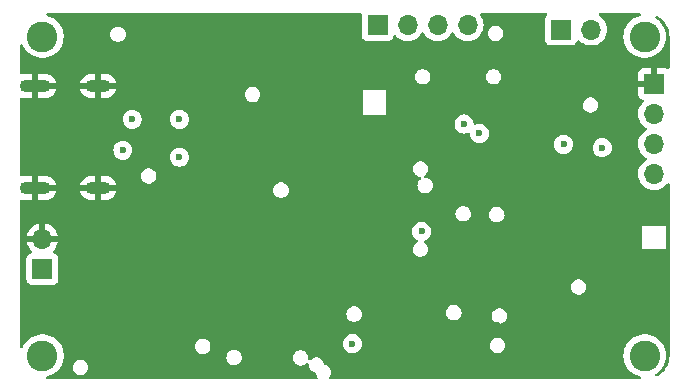
<source format=gbr>
%TF.GenerationSoftware,KiCad,Pcbnew,8.0.6*%
%TF.CreationDate,2024-11-04T20:58:39-05:00*%
%TF.ProjectId,VanguardFlightComputer,56616e67-7561-4726-9446-6c6967687443,rev?*%
%TF.SameCoordinates,Original*%
%TF.FileFunction,Copper,L2,Inr*%
%TF.FilePolarity,Positive*%
%FSLAX46Y46*%
G04 Gerber Fmt 4.6, Leading zero omitted, Abs format (unit mm)*
G04 Created by KiCad (PCBNEW 8.0.6) date 2024-11-04 20:58:39*
%MOMM*%
%LPD*%
G01*
G04 APERTURE LIST*
%TA.AperFunction,ComponentPad*%
%ADD10R,1.700000X1.700000*%
%TD*%
%TA.AperFunction,ComponentPad*%
%ADD11O,1.700000X1.700000*%
%TD*%
%TA.AperFunction,ComponentPad*%
%ADD12C,2.600000*%
%TD*%
%TA.AperFunction,ComponentPad*%
%ADD13O,2.100000X1.100000*%
%TD*%
%TA.AperFunction,ComponentPad*%
%ADD14O,2.600000X1.100000*%
%TD*%
%TA.AperFunction,ViaPad*%
%ADD15C,0.600000*%
%TD*%
G04 APERTURE END LIST*
D10*
%TO.N,VIN*%
%TO.C,J8*%
X92400000Y-97675000D03*
D11*
%TO.N,GND*%
X92400000Y-95135000D03*
%TD*%
D10*
%TO.N,SERVO_1_PWM*%
%TO.C,J7*%
X120780000Y-77000000D03*
D11*
%TO.N,SERVO_2_PWM*%
X123320000Y-77000000D03*
%TO.N,SERVO_3_PWM*%
X125860000Y-77000000D03*
%TO.N,SERVO_4_PWM*%
X128400000Y-77000000D03*
%TD*%
D10*
%TO.N,I2C1_SDA*%
%TO.C,J6*%
X136325000Y-77400000D03*
D11*
%TO.N,I2C1_SCL*%
X138865000Y-77400000D03*
%TD*%
%TO.N,+3.3V*%
%TO.C,J5*%
X144200000Y-89620000D03*
%TO.N,Net-(J5-Pin_3)*%
X144200000Y-87080000D03*
%TO.N,Net-(J5-Pin_2)*%
X144200000Y-84540000D03*
D10*
%TO.N,GND*%
X144200000Y-82000000D03*
%TD*%
D12*
%TO.N,N/C*%
%TO.C,H5*%
X143400000Y-78000000D03*
%TD*%
%TO.N,N/C*%
%TO.C,H6*%
X92400000Y-105000000D03*
%TD*%
%TO.N,N/C*%
%TO.C,H1*%
X92400000Y-78000000D03*
%TD*%
%TO.N,N/C*%
%TO.C,H7*%
X143400000Y-105000000D03*
%TD*%
D13*
%TO.N,GND*%
%TO.C,J1*%
X97134052Y-82180000D03*
D14*
X91774052Y-82180000D03*
D13*
X97134052Y-90820000D03*
D14*
X91774052Y-90820000D03*
%TD*%
D15*
%TO.N,GND*%
X100800000Y-101000000D03*
X134000000Y-76600000D03*
X116800000Y-83000000D03*
%TO.N,I2C1_SDA*%
X128100000Y-85400000D03*
%TO.N,I2C1_SCL*%
X129400000Y-86200000D03*
%TO.N,USB_DP*%
X104000000Y-88200000D03*
%TO.N,GND*%
X131200000Y-80600000D03*
%TO.N,+3.3V*%
X124500000Y-94500000D03*
%TO.N,GND*%
X136000000Y-100400000D03*
X125000000Y-92800000D03*
X106500000Y-100875000D03*
X129090000Y-105025000D03*
X125800000Y-84800000D03*
X123400000Y-98800000D03*
X130850000Y-102425000D03*
X100166840Y-87100000D03*
X139800000Y-84600000D03*
X120200000Y-89800000D03*
%TO.N,VBUS*%
X100000000Y-85000000D03*
X99211768Y-87626899D03*
%TO.N,USB_DM*%
X136524265Y-87124265D03*
X104000000Y-85000000D03*
%TO.N,USB_DP*%
X139800000Y-87400000D03*
%TO.N,SPI1_MOSI*%
X118650000Y-104000000D03*
%TD*%
%TA.AperFunction,Conductor*%
%TO.N,GND*%
G36*
X119372539Y-76020185D02*
G01*
X119418294Y-76072989D01*
X119429500Y-76124500D01*
X119429500Y-77897870D01*
X119429501Y-77897876D01*
X119435908Y-77957483D01*
X119486202Y-78092328D01*
X119486206Y-78092335D01*
X119572452Y-78207544D01*
X119572455Y-78207547D01*
X119687664Y-78293793D01*
X119687671Y-78293797D01*
X119822517Y-78344091D01*
X119822516Y-78344091D01*
X119829444Y-78344835D01*
X119882127Y-78350500D01*
X121677872Y-78350499D01*
X121737483Y-78344091D01*
X121872331Y-78293796D01*
X121987546Y-78207546D01*
X122073796Y-78092331D01*
X122122810Y-77960916D01*
X122164681Y-77904984D01*
X122230145Y-77880566D01*
X122298418Y-77895417D01*
X122326673Y-77916569D01*
X122448599Y-78038495D01*
X122542897Y-78104523D01*
X122642165Y-78174032D01*
X122642167Y-78174033D01*
X122642170Y-78174035D01*
X122856337Y-78273903D01*
X123084592Y-78335063D01*
X123261034Y-78350500D01*
X123319999Y-78355659D01*
X123320000Y-78355659D01*
X123320001Y-78355659D01*
X123378966Y-78350500D01*
X123555408Y-78335063D01*
X123783663Y-78273903D01*
X123997830Y-78174035D01*
X124191401Y-78038495D01*
X124358495Y-77871401D01*
X124488425Y-77685842D01*
X124543002Y-77642217D01*
X124612500Y-77635023D01*
X124674855Y-77666546D01*
X124691575Y-77685842D01*
X124821500Y-77871395D01*
X124821505Y-77871401D01*
X124988599Y-78038495D01*
X125082897Y-78104523D01*
X125182165Y-78174032D01*
X125182167Y-78174033D01*
X125182170Y-78174035D01*
X125396337Y-78273903D01*
X125624592Y-78335063D01*
X125801034Y-78350500D01*
X125859999Y-78355659D01*
X125860000Y-78355659D01*
X125860001Y-78355659D01*
X125918966Y-78350500D01*
X126095408Y-78335063D01*
X126323663Y-78273903D01*
X126537830Y-78174035D01*
X126731401Y-78038495D01*
X126898495Y-77871401D01*
X127028425Y-77685842D01*
X127083002Y-77642217D01*
X127152500Y-77635023D01*
X127214855Y-77666546D01*
X127231575Y-77685842D01*
X127361500Y-77871395D01*
X127361505Y-77871401D01*
X127528599Y-78038495D01*
X127622897Y-78104523D01*
X127722165Y-78174032D01*
X127722167Y-78174033D01*
X127722170Y-78174035D01*
X127936337Y-78273903D01*
X128164592Y-78335063D01*
X128341034Y-78350500D01*
X128399999Y-78355659D01*
X128400000Y-78355659D01*
X128400001Y-78355659D01*
X128458966Y-78350500D01*
X128635408Y-78335063D01*
X128863663Y-78273903D01*
X129077830Y-78174035D01*
X129271401Y-78038495D01*
X129438495Y-77871401D01*
X129541007Y-77724999D01*
X130119722Y-77724999D01*
X130119722Y-77725000D01*
X130138762Y-77881818D01*
X130183583Y-78000000D01*
X130194780Y-78029523D01*
X130284517Y-78159530D01*
X130402760Y-78264283D01*
X130402762Y-78264284D01*
X130542634Y-78337696D01*
X130696014Y-78375500D01*
X130696015Y-78375500D01*
X130853985Y-78375500D01*
X131007365Y-78337696D01*
X131012382Y-78335063D01*
X131147240Y-78264283D01*
X131265483Y-78159530D01*
X131355220Y-78029523D01*
X131411237Y-77881818D01*
X131430278Y-77725000D01*
X131425524Y-77685842D01*
X131411237Y-77568181D01*
X131383663Y-77495475D01*
X131355220Y-77420477D01*
X131265483Y-77290470D01*
X131147240Y-77185717D01*
X131147238Y-77185716D01*
X131147237Y-77185715D01*
X131007365Y-77112303D01*
X130853986Y-77074500D01*
X130853985Y-77074500D01*
X130696015Y-77074500D01*
X130696014Y-77074500D01*
X130542634Y-77112303D01*
X130402762Y-77185715D01*
X130284516Y-77290471D01*
X130194781Y-77420475D01*
X130194780Y-77420476D01*
X130138762Y-77568181D01*
X130119722Y-77724999D01*
X129541007Y-77724999D01*
X129574035Y-77677830D01*
X129673903Y-77463663D01*
X129735063Y-77235408D01*
X129755659Y-77000000D01*
X129735063Y-76764592D01*
X129673903Y-76536337D01*
X129574035Y-76322171D01*
X129571999Y-76319263D01*
X129485426Y-76195623D01*
X129463099Y-76129417D01*
X129480109Y-76061650D01*
X129531057Y-76013837D01*
X129587001Y-76000500D01*
X135013429Y-76000500D01*
X135080468Y-76020185D01*
X135126223Y-76072989D01*
X135136167Y-76142147D01*
X135112695Y-76198811D01*
X135031206Y-76307664D01*
X135031202Y-76307671D01*
X134980908Y-76442517D01*
X134974501Y-76502116D01*
X134974500Y-76502135D01*
X134974500Y-78297870D01*
X134974501Y-78297876D01*
X134980908Y-78357483D01*
X135031202Y-78492328D01*
X135031206Y-78492335D01*
X135117452Y-78607544D01*
X135117455Y-78607547D01*
X135232664Y-78693793D01*
X135232671Y-78693797D01*
X135367517Y-78744091D01*
X135367516Y-78744091D01*
X135374444Y-78744835D01*
X135427127Y-78750500D01*
X137222872Y-78750499D01*
X137282483Y-78744091D01*
X137417331Y-78693796D01*
X137532546Y-78607546D01*
X137618796Y-78492331D01*
X137667810Y-78360916D01*
X137709681Y-78304984D01*
X137775145Y-78280566D01*
X137843418Y-78295417D01*
X137871673Y-78316569D01*
X137993599Y-78438495D01*
X138090384Y-78506265D01*
X138187165Y-78574032D01*
X138187167Y-78574033D01*
X138187170Y-78574035D01*
X138401337Y-78673903D01*
X138629592Y-78735063D01*
X138806034Y-78750500D01*
X138864999Y-78755659D01*
X138865000Y-78755659D01*
X138865001Y-78755659D01*
X138923966Y-78750500D01*
X139100408Y-78735063D01*
X139328663Y-78673903D01*
X139542830Y-78574035D01*
X139736401Y-78438495D01*
X139903495Y-78271401D01*
X140039035Y-78077830D01*
X140138903Y-77863663D01*
X140200063Y-77635408D01*
X140220659Y-77400000D01*
X140200063Y-77164592D01*
X140138903Y-76936337D01*
X140039035Y-76722171D01*
X139945344Y-76588365D01*
X139903494Y-76528597D01*
X139736402Y-76361506D01*
X139736396Y-76361501D01*
X139542987Y-76226075D01*
X139499362Y-76171498D01*
X139492168Y-76102000D01*
X139523691Y-76039645D01*
X139583921Y-76004231D01*
X139614110Y-76000500D01*
X142951073Y-76000500D01*
X143018112Y-76020185D01*
X143063867Y-76072989D01*
X143073811Y-76142147D01*
X143044786Y-76205703D01*
X142987623Y-76242991D01*
X142740358Y-76319262D01*
X142497230Y-76436346D01*
X142274258Y-76588365D01*
X142076442Y-76771910D01*
X141908185Y-76982898D01*
X141773258Y-77216599D01*
X141773256Y-77216603D01*
X141674666Y-77467804D01*
X141674664Y-77467811D01*
X141614616Y-77730898D01*
X141594451Y-77999995D01*
X141594451Y-78000004D01*
X141614616Y-78269101D01*
X141674664Y-78532188D01*
X141674666Y-78532195D01*
X141760344Y-78750498D01*
X141773257Y-78783398D01*
X141908185Y-79017102D01*
X142044080Y-79187509D01*
X142076442Y-79228089D01*
X142263183Y-79401358D01*
X142274259Y-79411635D01*
X142497226Y-79563651D01*
X142740359Y-79680738D01*
X142998228Y-79760280D01*
X142998229Y-79760280D01*
X142998232Y-79760281D01*
X143265063Y-79800499D01*
X143265068Y-79800499D01*
X143265071Y-79800500D01*
X143265072Y-79800500D01*
X143534928Y-79800500D01*
X143534929Y-79800500D01*
X143534936Y-79800499D01*
X143801767Y-79760281D01*
X143801768Y-79760280D01*
X143801772Y-79760280D01*
X144059641Y-79680738D01*
X144302775Y-79563651D01*
X144525741Y-79411635D01*
X144723561Y-79228085D01*
X144891815Y-79017102D01*
X145026743Y-78783398D01*
X145125334Y-78532195D01*
X145185383Y-78269103D01*
X145202664Y-78038498D01*
X145205549Y-78000004D01*
X145205549Y-77999995D01*
X145185383Y-77730898D01*
X145175099Y-77685842D01*
X145125334Y-77467805D01*
X145026743Y-77216602D01*
X144891815Y-76982898D01*
X144723561Y-76771915D01*
X144723560Y-76771914D01*
X144723557Y-76771910D01*
X144577006Y-76635932D01*
X144525741Y-76588365D01*
X144522478Y-76586140D01*
X144356071Y-76472685D01*
X144311769Y-76418656D01*
X144303711Y-76349253D01*
X144334453Y-76286510D01*
X144394237Y-76250349D01*
X144464081Y-76252249D01*
X144480759Y-76259016D01*
X144492470Y-76264792D01*
X144506508Y-76272897D01*
X144710464Y-76409177D01*
X144723325Y-76419045D01*
X144818070Y-76502135D01*
X144907749Y-76580781D01*
X144919218Y-76592250D01*
X145070361Y-76764596D01*
X145080951Y-76776671D01*
X145090825Y-76789539D01*
X145227102Y-76993492D01*
X145235212Y-77007539D01*
X145343702Y-77227534D01*
X145349909Y-77242520D01*
X145428756Y-77474797D01*
X145432954Y-77490464D01*
X145480807Y-77731035D01*
X145482925Y-77747116D01*
X145499235Y-77995956D01*
X145499500Y-78004066D01*
X145499500Y-80614192D01*
X145479815Y-80681231D01*
X145427011Y-80726986D01*
X145357853Y-80736930D01*
X145301190Y-80713460D01*
X145292088Y-80706646D01*
X145292086Y-80706645D01*
X145157379Y-80656403D01*
X145157372Y-80656401D01*
X145097844Y-80650000D01*
X144450000Y-80650000D01*
X144450000Y-81566988D01*
X144392993Y-81534075D01*
X144265826Y-81500000D01*
X144134174Y-81500000D01*
X144007007Y-81534075D01*
X143950000Y-81566988D01*
X143950000Y-80650000D01*
X143302155Y-80650000D01*
X143242627Y-80656401D01*
X143242620Y-80656403D01*
X143107913Y-80706645D01*
X143107906Y-80706649D01*
X142992812Y-80792809D01*
X142992809Y-80792812D01*
X142906649Y-80907906D01*
X142906645Y-80907913D01*
X142856403Y-81042620D01*
X142856401Y-81042627D01*
X142850000Y-81102155D01*
X142850000Y-81750000D01*
X143766988Y-81750000D01*
X143734075Y-81807007D01*
X143700000Y-81934174D01*
X143700000Y-82065826D01*
X143734075Y-82192993D01*
X143766988Y-82250000D01*
X142850000Y-82250000D01*
X142850000Y-82897844D01*
X142856401Y-82957372D01*
X142856403Y-82957379D01*
X142906645Y-83092086D01*
X142906649Y-83092093D01*
X142992809Y-83207187D01*
X142992812Y-83207190D01*
X143107906Y-83293350D01*
X143107913Y-83293354D01*
X143239470Y-83342421D01*
X143295403Y-83384292D01*
X143319821Y-83449756D01*
X143304970Y-83518029D01*
X143283819Y-83546284D01*
X143161503Y-83668600D01*
X143025965Y-83862169D01*
X143025964Y-83862171D01*
X142926098Y-84076335D01*
X142926094Y-84076344D01*
X142864938Y-84304586D01*
X142864936Y-84304596D01*
X142844341Y-84539999D01*
X142844341Y-84540000D01*
X142864936Y-84775403D01*
X142864938Y-84775413D01*
X142926094Y-85003655D01*
X142926096Y-85003659D01*
X142926097Y-85003663D01*
X143007974Y-85179249D01*
X143025965Y-85217830D01*
X143025967Y-85217834D01*
X143126075Y-85360802D01*
X143161501Y-85411396D01*
X143161506Y-85411402D01*
X143328597Y-85578493D01*
X143328603Y-85578498D01*
X143514158Y-85708425D01*
X143557783Y-85763002D01*
X143564977Y-85832500D01*
X143533454Y-85894855D01*
X143514158Y-85911575D01*
X143328597Y-86041505D01*
X143161505Y-86208597D01*
X143025965Y-86402169D01*
X143025964Y-86402171D01*
X142926098Y-86616335D01*
X142926094Y-86616344D01*
X142864938Y-86844586D01*
X142864936Y-86844596D01*
X142844341Y-87079999D01*
X142844341Y-87080000D01*
X142864936Y-87315403D01*
X142864938Y-87315413D01*
X142926094Y-87543655D01*
X142926096Y-87543659D01*
X142926097Y-87543663D01*
X142964909Y-87626895D01*
X143025965Y-87757830D01*
X143025967Y-87757834D01*
X143112564Y-87881506D01*
X143161501Y-87951396D01*
X143161506Y-87951402D01*
X143328597Y-88118493D01*
X143328603Y-88118498D01*
X143514158Y-88248425D01*
X143557783Y-88303002D01*
X143564977Y-88372500D01*
X143533454Y-88434855D01*
X143514158Y-88451575D01*
X143328597Y-88581505D01*
X143161505Y-88748597D01*
X143025965Y-88942169D01*
X143025964Y-88942171D01*
X142926098Y-89156335D01*
X142926094Y-89156344D01*
X142864938Y-89384586D01*
X142864936Y-89384596D01*
X142844341Y-89619999D01*
X142844341Y-89620000D01*
X142864936Y-89855403D01*
X142864938Y-89855413D01*
X142926094Y-90083655D01*
X142926096Y-90083659D01*
X142926097Y-90083663D01*
X142964245Y-90165471D01*
X143025965Y-90297830D01*
X143025967Y-90297834D01*
X143106395Y-90412696D01*
X143161505Y-90491401D01*
X143328599Y-90658495D01*
X143381415Y-90695477D01*
X143522165Y-90794032D01*
X143522167Y-90794033D01*
X143522170Y-90794035D01*
X143736337Y-90893903D01*
X143736343Y-90893904D01*
X143736344Y-90893905D01*
X143791285Y-90908626D01*
X143964592Y-90955063D01*
X144152918Y-90971539D01*
X144199999Y-90975659D01*
X144200000Y-90975659D01*
X144200001Y-90975659D01*
X144239234Y-90972226D01*
X144435408Y-90955063D01*
X144663663Y-90893903D01*
X144877830Y-90794035D01*
X145071401Y-90658495D01*
X145238495Y-90491401D01*
X145273925Y-90440802D01*
X145328502Y-90397177D01*
X145398000Y-90389983D01*
X145460355Y-90421506D01*
X145495769Y-90481735D01*
X145499500Y-90511925D01*
X145499500Y-104995933D01*
X145499235Y-105004043D01*
X145482925Y-105252883D01*
X145480807Y-105268964D01*
X145432954Y-105509535D01*
X145428756Y-105525202D01*
X145349909Y-105757479D01*
X145343702Y-105772465D01*
X145235212Y-105992460D01*
X145227102Y-106006507D01*
X145090825Y-106210460D01*
X145080951Y-106223328D01*
X144919218Y-106407749D01*
X144907749Y-106419218D01*
X144723328Y-106580951D01*
X144710460Y-106590825D01*
X144506507Y-106727102D01*
X144492465Y-106735210D01*
X144480772Y-106740977D01*
X144411940Y-106752976D01*
X144347548Y-106725857D01*
X144308039Y-106668231D01*
X144305958Y-106598392D01*
X144341965Y-106538515D01*
X144356059Y-106527322D01*
X144525741Y-106411635D01*
X144707290Y-106243182D01*
X144723557Y-106228089D01*
X144723557Y-106228087D01*
X144723561Y-106228085D01*
X144891815Y-106017102D01*
X145026743Y-105783398D01*
X145125334Y-105532195D01*
X145185383Y-105269103D01*
X145202313Y-105043181D01*
X145205549Y-105000004D01*
X145205549Y-104999995D01*
X145187017Y-104752696D01*
X145185383Y-104730897D01*
X145125334Y-104467805D01*
X145026743Y-104216602D01*
X144891815Y-103982898D01*
X144723561Y-103771915D01*
X144723560Y-103771914D01*
X144723557Y-103771910D01*
X144525741Y-103588365D01*
X144436181Y-103527304D01*
X144302775Y-103436349D01*
X144302769Y-103436346D01*
X144302768Y-103436345D01*
X144302767Y-103436344D01*
X144059643Y-103319263D01*
X144059645Y-103319263D01*
X143801773Y-103239720D01*
X143801767Y-103239718D01*
X143534936Y-103199500D01*
X143534929Y-103199500D01*
X143265071Y-103199500D01*
X143265063Y-103199500D01*
X142998232Y-103239718D01*
X142998226Y-103239720D01*
X142740358Y-103319262D01*
X142497230Y-103436346D01*
X142274258Y-103588365D01*
X142076442Y-103771910D01*
X141908185Y-103982898D01*
X141773258Y-104216599D01*
X141773256Y-104216603D01*
X141674666Y-104467804D01*
X141674664Y-104467811D01*
X141614616Y-104730898D01*
X141594451Y-104999995D01*
X141594451Y-105000004D01*
X141614616Y-105269101D01*
X141674664Y-105532188D01*
X141674666Y-105532195D01*
X141746419Y-105715018D01*
X141773257Y-105783398D01*
X141908185Y-106017102D01*
X141977902Y-106104524D01*
X142076442Y-106228089D01*
X142155806Y-106301727D01*
X142274259Y-106411635D01*
X142497226Y-106563651D01*
X142740359Y-106680738D01*
X142905308Y-106731618D01*
X142987623Y-106757009D01*
X143045882Y-106795579D01*
X143074040Y-106859524D01*
X143063156Y-106928541D01*
X143016687Y-106980718D01*
X142951073Y-106999500D01*
X116812875Y-106999500D01*
X116745836Y-106979815D01*
X116700081Y-106927011D01*
X116690137Y-106857853D01*
X116710825Y-106805060D01*
X116741734Y-106760280D01*
X116780220Y-106704523D01*
X116836237Y-106556818D01*
X116855278Y-106400000D01*
X116843346Y-106301726D01*
X116836237Y-106243181D01*
X116783651Y-106104524D01*
X116780220Y-106095477D01*
X116690483Y-105965470D01*
X116572240Y-105860717D01*
X116572238Y-105860716D01*
X116572237Y-105860715D01*
X116432366Y-105787304D01*
X116331329Y-105762401D01*
X116270948Y-105727245D01*
X116239160Y-105665025D01*
X116237908Y-105656946D01*
X116236237Y-105643182D01*
X116236237Y-105643181D01*
X116194145Y-105532195D01*
X116180220Y-105495477D01*
X116090483Y-105365470D01*
X115972240Y-105260717D01*
X115972238Y-105260716D01*
X115972237Y-105260715D01*
X115832365Y-105187303D01*
X115678986Y-105149500D01*
X115678985Y-105149500D01*
X115521015Y-105149500D01*
X115521014Y-105149500D01*
X115367634Y-105187303D01*
X115227762Y-105260715D01*
X115227760Y-105260717D01*
X115109517Y-105365470D01*
X115109516Y-105365471D01*
X115103903Y-105370444D01*
X115101958Y-105368248D01*
X115054232Y-105398179D01*
X114984367Y-105397405D01*
X114926011Y-105358981D01*
X114897692Y-105295108D01*
X114897522Y-105263875D01*
X114897906Y-105260717D01*
X114905278Y-105200000D01*
X114903737Y-105187304D01*
X114886237Y-105043181D01*
X114864992Y-104987164D01*
X114830220Y-104895477D01*
X114740483Y-104765470D01*
X114622240Y-104660717D01*
X114622238Y-104660716D01*
X114622237Y-104660715D01*
X114482365Y-104587303D01*
X114328986Y-104549500D01*
X114328985Y-104549500D01*
X114171015Y-104549500D01*
X114171014Y-104549500D01*
X114017634Y-104587303D01*
X113877762Y-104660715D01*
X113877760Y-104660717D01*
X113761686Y-104763549D01*
X113759516Y-104765471D01*
X113669781Y-104895475D01*
X113669780Y-104895476D01*
X113613762Y-105043181D01*
X113594722Y-105199999D01*
X113594722Y-105200000D01*
X113613762Y-105356818D01*
X113666349Y-105495476D01*
X113669780Y-105504523D01*
X113759517Y-105634530D01*
X113877760Y-105739283D01*
X113877762Y-105739284D01*
X114017634Y-105812696D01*
X114171014Y-105850500D01*
X114171015Y-105850500D01*
X114328985Y-105850500D01*
X114482365Y-105812696D01*
X114506555Y-105800000D01*
X114622240Y-105739283D01*
X114740483Y-105634530D01*
X114740483Y-105634528D01*
X114746097Y-105629556D01*
X114748053Y-105631764D01*
X114795661Y-105601850D01*
X114865527Y-105602562D01*
X114923917Y-105640934D01*
X114952292Y-105704782D01*
X114952477Y-105736122D01*
X114944722Y-105799997D01*
X114944722Y-105800000D01*
X114963762Y-105956818D01*
X115016349Y-106095476D01*
X115019780Y-106104523D01*
X115109517Y-106234530D01*
X115227760Y-106339283D01*
X115227762Y-106339284D01*
X115367634Y-106412696D01*
X115394096Y-106419218D01*
X115468669Y-106437598D01*
X115529050Y-106472754D01*
X115560839Y-106534973D01*
X115562091Y-106543048D01*
X115563763Y-106556819D01*
X115619780Y-106704523D01*
X115619781Y-106704524D01*
X115689175Y-106805060D01*
X115711058Y-106871415D01*
X115693592Y-106939067D01*
X115642324Y-106986536D01*
X115587125Y-106999500D01*
X92848927Y-106999500D01*
X92781888Y-106979815D01*
X92736133Y-106927011D01*
X92726189Y-106857853D01*
X92755214Y-106794297D01*
X92812377Y-106757009D01*
X92864351Y-106740977D01*
X93059641Y-106680738D01*
X93302775Y-106563651D01*
X93525741Y-106411635D01*
X93707290Y-106243182D01*
X93723557Y-106228089D01*
X93723557Y-106228087D01*
X93723561Y-106228085D01*
X93891815Y-106017102D01*
X93903304Y-105997202D01*
X94973261Y-105997202D01*
X94973261Y-105997203D01*
X94992301Y-106154021D01*
X95026116Y-106243182D01*
X95048319Y-106301726D01*
X95138056Y-106431733D01*
X95256299Y-106536486D01*
X95256301Y-106536487D01*
X95396173Y-106609899D01*
X95549553Y-106647703D01*
X95549554Y-106647703D01*
X95707524Y-106647703D01*
X95860904Y-106609899D01*
X95897246Y-106590825D01*
X96000779Y-106536486D01*
X96119022Y-106431733D01*
X96208759Y-106301726D01*
X96264776Y-106154021D01*
X96283817Y-105997203D01*
X96278914Y-105956818D01*
X96264776Y-105840384D01*
X96236253Y-105765176D01*
X96208759Y-105692680D01*
X96119022Y-105562673D01*
X96000779Y-105457920D01*
X96000777Y-105457919D01*
X96000776Y-105457918D01*
X95860904Y-105384506D01*
X95707525Y-105346703D01*
X95707524Y-105346703D01*
X95549554Y-105346703D01*
X95549553Y-105346703D01*
X95396173Y-105384506D01*
X95256301Y-105457918D01*
X95138055Y-105562674D01*
X95048320Y-105692678D01*
X95048319Y-105692679D01*
X94992301Y-105840384D01*
X94973261Y-105997202D01*
X93903304Y-105997202D01*
X94026743Y-105783398D01*
X94125334Y-105532195D01*
X94185383Y-105269103D01*
X94192380Y-105175734D01*
X107968987Y-105175734D01*
X107968987Y-105175735D01*
X107988027Y-105332553D01*
X108044045Y-105480258D01*
X108133782Y-105610265D01*
X108252025Y-105715018D01*
X108252027Y-105715019D01*
X108391899Y-105788431D01*
X108545279Y-105826235D01*
X108545280Y-105826235D01*
X108703250Y-105826235D01*
X108856630Y-105788431D01*
X108915603Y-105757479D01*
X108996505Y-105715018D01*
X109114748Y-105610265D01*
X109204485Y-105480258D01*
X109260502Y-105332553D01*
X109279543Y-105175735D01*
X109260502Y-105018917D01*
X109253329Y-105000004D01*
X109213687Y-104895476D01*
X109204485Y-104871212D01*
X109114748Y-104741205D01*
X108996505Y-104636452D01*
X108996503Y-104636451D01*
X108996502Y-104636450D01*
X108856630Y-104563038D01*
X108703251Y-104525235D01*
X108703250Y-104525235D01*
X108545280Y-104525235D01*
X108545279Y-104525235D01*
X108391899Y-104563038D01*
X108252027Y-104636450D01*
X108252025Y-104636452D01*
X108145418Y-104730897D01*
X108133781Y-104741206D01*
X108044046Y-104871210D01*
X108044045Y-104871211D01*
X107988027Y-105018916D01*
X107968987Y-105175734D01*
X94192380Y-105175734D01*
X94202313Y-105043181D01*
X94205549Y-105000004D01*
X94205549Y-104999995D01*
X94187017Y-104752696D01*
X94185383Y-104730897D01*
X94125334Y-104467805D01*
X94029750Y-104224264D01*
X105320457Y-104224264D01*
X105320457Y-104224265D01*
X105339497Y-104381083D01*
X105385455Y-104502262D01*
X105395515Y-104528788D01*
X105485252Y-104658795D01*
X105603495Y-104763548D01*
X105603497Y-104763549D01*
X105743369Y-104836961D01*
X105896749Y-104874765D01*
X105896750Y-104874765D01*
X106054720Y-104874765D01*
X106208100Y-104836961D01*
X106267919Y-104805565D01*
X106347975Y-104763548D01*
X106466218Y-104658795D01*
X106555955Y-104528788D01*
X106611972Y-104381083D01*
X106631013Y-104224265D01*
X106620782Y-104140000D01*
X106611972Y-104067446D01*
X106586391Y-103999996D01*
X117844435Y-103999996D01*
X117844435Y-104000003D01*
X117864630Y-104179249D01*
X117864631Y-104179254D01*
X117924211Y-104349523D01*
X117998533Y-104467805D01*
X118020184Y-104502262D01*
X118147738Y-104629816D01*
X118300478Y-104725789D01*
X118377374Y-104752696D01*
X118470745Y-104785368D01*
X118470750Y-104785369D01*
X118649996Y-104805565D01*
X118650000Y-104805565D01*
X118650004Y-104805565D01*
X118829249Y-104785369D01*
X118829252Y-104785368D01*
X118829255Y-104785368D01*
X118999522Y-104725789D01*
X119152262Y-104629816D01*
X119279816Y-104502262D01*
X119375789Y-104349522D01*
X119435368Y-104179255D01*
X119439791Y-104139999D01*
X130274722Y-104139999D01*
X130274722Y-104140000D01*
X130293762Y-104296818D01*
X130325323Y-104380035D01*
X130349780Y-104444523D01*
X130439517Y-104574530D01*
X130557760Y-104679283D01*
X130557762Y-104679284D01*
X130697634Y-104752696D01*
X130851014Y-104790500D01*
X130851015Y-104790500D01*
X131008985Y-104790500D01*
X131162365Y-104752696D01*
X131213633Y-104725788D01*
X131302240Y-104679283D01*
X131420483Y-104574530D01*
X131510220Y-104444523D01*
X131566237Y-104296818D01*
X131585278Y-104140000D01*
X131576469Y-104067446D01*
X131566237Y-103983181D01*
X131542177Y-103919740D01*
X131510220Y-103835477D01*
X131420483Y-103705470D01*
X131302240Y-103600717D01*
X131302238Y-103600716D01*
X131302237Y-103600715D01*
X131162365Y-103527303D01*
X131008986Y-103489500D01*
X131008985Y-103489500D01*
X130851015Y-103489500D01*
X130851014Y-103489500D01*
X130697634Y-103527303D01*
X130557762Y-103600715D01*
X130439516Y-103705471D01*
X130349781Y-103835475D01*
X130349780Y-103835476D01*
X130293762Y-103983181D01*
X130274722Y-104139999D01*
X119439791Y-104139999D01*
X119455565Y-104000000D01*
X119453670Y-103983182D01*
X119435369Y-103820750D01*
X119435368Y-103820745D01*
X119395032Y-103705471D01*
X119375789Y-103650478D01*
X119279816Y-103497738D01*
X119152262Y-103370184D01*
X119071222Y-103319263D01*
X118999523Y-103274211D01*
X118829254Y-103214631D01*
X118829249Y-103214630D01*
X118650004Y-103194435D01*
X118649996Y-103194435D01*
X118470750Y-103214630D01*
X118470745Y-103214631D01*
X118300476Y-103274211D01*
X118147737Y-103370184D01*
X118020184Y-103497737D01*
X117924211Y-103650476D01*
X117864631Y-103820745D01*
X117864630Y-103820750D01*
X117844435Y-103999996D01*
X106586391Y-103999996D01*
X106555955Y-103919742D01*
X106466218Y-103789735D01*
X106347975Y-103684982D01*
X106347973Y-103684981D01*
X106347972Y-103684980D01*
X106208100Y-103611568D01*
X106054721Y-103573765D01*
X106054720Y-103573765D01*
X105896750Y-103573765D01*
X105896749Y-103573765D01*
X105743369Y-103611568D01*
X105603497Y-103684980D01*
X105580367Y-103705471D01*
X105505373Y-103771910D01*
X105485251Y-103789736D01*
X105395516Y-103919740D01*
X105395515Y-103919741D01*
X105339497Y-104067446D01*
X105320457Y-104224264D01*
X94029750Y-104224264D01*
X94026743Y-104216602D01*
X93891815Y-103982898D01*
X93723561Y-103771915D01*
X93723560Y-103771914D01*
X93723557Y-103771910D01*
X93525741Y-103588365D01*
X93436181Y-103527304D01*
X93302775Y-103436349D01*
X93302769Y-103436346D01*
X93302768Y-103436345D01*
X93302767Y-103436344D01*
X93059643Y-103319263D01*
X93059645Y-103319263D01*
X92801773Y-103239720D01*
X92801767Y-103239718D01*
X92534936Y-103199500D01*
X92534929Y-103199500D01*
X92265071Y-103199500D01*
X92265063Y-103199500D01*
X91998232Y-103239718D01*
X91998226Y-103239720D01*
X91740358Y-103319262D01*
X91497230Y-103436346D01*
X91274258Y-103588365D01*
X91076442Y-103771910D01*
X90908185Y-103982898D01*
X90773258Y-104216599D01*
X90773256Y-104216603D01*
X90739928Y-104301521D01*
X90697112Y-104356734D01*
X90631241Y-104380035D01*
X90563231Y-104364024D01*
X90514673Y-104313786D01*
X90500500Y-104256218D01*
X90500500Y-101499999D01*
X118144722Y-101499999D01*
X118144722Y-101500000D01*
X118163762Y-101656818D01*
X118219780Y-101804523D01*
X118309517Y-101934530D01*
X118427760Y-102039283D01*
X118427762Y-102039284D01*
X118567634Y-102112696D01*
X118721014Y-102150500D01*
X118721015Y-102150500D01*
X118878985Y-102150500D01*
X119032365Y-102112696D01*
X119086034Y-102084528D01*
X119172240Y-102039283D01*
X119290483Y-101934530D01*
X119380220Y-101804523D01*
X119436237Y-101656818D01*
X119455278Y-101500000D01*
X119440101Y-101374999D01*
X126582222Y-101374999D01*
X126582222Y-101375000D01*
X126601262Y-101531818D01*
X126646083Y-101649999D01*
X126657280Y-101679523D01*
X126747017Y-101809530D01*
X126865260Y-101914283D01*
X126865262Y-101914284D01*
X127005134Y-101987696D01*
X127158514Y-102025500D01*
X127158515Y-102025500D01*
X127316485Y-102025500D01*
X127469865Y-101987696D01*
X127533070Y-101954523D01*
X127609740Y-101914283D01*
X127727983Y-101809530D01*
X127817720Y-101679523D01*
X127828917Y-101649999D01*
X130430364Y-101649999D01*
X130430364Y-101650000D01*
X130449404Y-101806818D01*
X130490161Y-101914283D01*
X130505422Y-101954523D01*
X130595159Y-102084530D01*
X130713402Y-102189283D01*
X130713404Y-102189284D01*
X130853276Y-102262696D01*
X131006656Y-102300500D01*
X131006657Y-102300500D01*
X131164627Y-102300500D01*
X131318007Y-102262696D01*
X131457882Y-102189283D01*
X131576125Y-102084530D01*
X131665862Y-101954523D01*
X131721879Y-101806818D01*
X131740920Y-101650000D01*
X131721879Y-101493182D01*
X131665862Y-101345477D01*
X131576125Y-101215470D01*
X131457882Y-101110717D01*
X131457880Y-101110716D01*
X131457879Y-101110715D01*
X131318007Y-101037303D01*
X131164628Y-100999500D01*
X131164627Y-100999500D01*
X131006657Y-100999500D01*
X131006656Y-100999500D01*
X130853276Y-101037303D01*
X130713404Y-101110715D01*
X130595158Y-101215471D01*
X130505423Y-101345475D01*
X130505422Y-101345476D01*
X130449404Y-101493181D01*
X130430364Y-101649999D01*
X127828917Y-101649999D01*
X127873737Y-101531818D01*
X127892778Y-101375000D01*
X127873737Y-101218182D01*
X127872708Y-101215470D01*
X127832980Y-101110715D01*
X127817720Y-101070477D01*
X127727983Y-100940470D01*
X127609740Y-100835717D01*
X127609738Y-100835716D01*
X127609737Y-100835715D01*
X127469865Y-100762303D01*
X127316486Y-100724500D01*
X127316485Y-100724500D01*
X127158515Y-100724500D01*
X127158514Y-100724500D01*
X127005134Y-100762303D01*
X126865262Y-100835715D01*
X126747016Y-100940471D01*
X126657281Y-101070475D01*
X126657280Y-101070476D01*
X126601262Y-101218181D01*
X126582222Y-101374999D01*
X119440101Y-101374999D01*
X119436516Y-101345475D01*
X119436237Y-101343181D01*
X119414992Y-101287164D01*
X119380220Y-101195477D01*
X119290483Y-101065470D01*
X119172240Y-100960717D01*
X119172238Y-100960716D01*
X119172237Y-100960715D01*
X119032365Y-100887303D01*
X118878986Y-100849500D01*
X118878985Y-100849500D01*
X118721015Y-100849500D01*
X118721014Y-100849500D01*
X118567634Y-100887303D01*
X118427762Y-100960715D01*
X118309516Y-101065471D01*
X118219781Y-101195475D01*
X118219780Y-101195476D01*
X118163762Y-101343181D01*
X118144722Y-101499999D01*
X90500500Y-101499999D01*
X90500500Y-99199999D01*
X137144722Y-99199999D01*
X137144722Y-99200000D01*
X137163762Y-99356818D01*
X137219780Y-99504523D01*
X137309517Y-99634530D01*
X137427760Y-99739283D01*
X137427762Y-99739284D01*
X137567634Y-99812696D01*
X137721014Y-99850500D01*
X137721015Y-99850500D01*
X137878985Y-99850500D01*
X138032365Y-99812696D01*
X138172240Y-99739283D01*
X138290483Y-99634530D01*
X138380220Y-99504523D01*
X138436237Y-99356818D01*
X138455278Y-99200000D01*
X138436237Y-99043182D01*
X138429530Y-99025498D01*
X138414992Y-98987164D01*
X138380220Y-98895477D01*
X138290483Y-98765470D01*
X138172240Y-98660717D01*
X138172238Y-98660716D01*
X138172237Y-98660715D01*
X138032365Y-98587303D01*
X137878986Y-98549500D01*
X137878985Y-98549500D01*
X137721015Y-98549500D01*
X137721014Y-98549500D01*
X137567634Y-98587303D01*
X137427762Y-98660715D01*
X137309516Y-98765471D01*
X137219781Y-98895475D01*
X137219780Y-98895476D01*
X137163762Y-99043181D01*
X137144722Y-99199999D01*
X90500500Y-99199999D01*
X90500500Y-96777135D01*
X91049500Y-96777135D01*
X91049500Y-98572870D01*
X91049501Y-98572876D01*
X91055908Y-98632483D01*
X91106202Y-98767328D01*
X91106206Y-98767335D01*
X91192452Y-98882544D01*
X91192455Y-98882547D01*
X91307664Y-98968793D01*
X91307671Y-98968797D01*
X91442517Y-99019091D01*
X91442516Y-99019091D01*
X91449444Y-99019835D01*
X91502127Y-99025500D01*
X93297872Y-99025499D01*
X93357483Y-99019091D01*
X93492331Y-98968796D01*
X93607546Y-98882546D01*
X93693796Y-98767331D01*
X93744091Y-98632483D01*
X93750500Y-98572873D01*
X93750499Y-96777128D01*
X93744091Y-96717517D01*
X93719095Y-96650500D01*
X93693797Y-96582671D01*
X93693793Y-96582664D01*
X93607547Y-96467455D01*
X93607544Y-96467452D01*
X93492335Y-96381206D01*
X93492328Y-96381202D01*
X93360401Y-96331997D01*
X93304467Y-96290126D01*
X93280050Y-96224662D01*
X93294902Y-96156389D01*
X93316053Y-96128133D01*
X93438108Y-96006078D01*
X93573600Y-95812578D01*
X93673429Y-95598492D01*
X93673432Y-95598486D01*
X93730636Y-95385000D01*
X92833012Y-95385000D01*
X92865925Y-95327993D01*
X92900000Y-95200826D01*
X92900000Y-95069174D01*
X92865925Y-94942007D01*
X92833012Y-94885000D01*
X93730636Y-94885000D01*
X93730635Y-94884999D01*
X93673432Y-94671513D01*
X93673429Y-94671507D01*
X93593452Y-94499996D01*
X123694435Y-94499996D01*
X123694435Y-94500003D01*
X123714630Y-94679249D01*
X123714631Y-94679254D01*
X123774211Y-94849523D01*
X123796503Y-94885000D01*
X123870184Y-95002262D01*
X123997738Y-95129816D01*
X124115886Y-95204053D01*
X124162177Y-95256388D01*
X124172825Y-95325441D01*
X124144450Y-95389290D01*
X124107541Y-95418843D01*
X124027761Y-95460716D01*
X123909516Y-95565471D01*
X123819781Y-95695475D01*
X123819780Y-95695476D01*
X123763762Y-95843181D01*
X123744722Y-95999999D01*
X123744722Y-96000000D01*
X123763762Y-96156818D01*
X123802572Y-96259149D01*
X123819780Y-96304523D01*
X123909517Y-96434530D01*
X124027760Y-96539283D01*
X124027762Y-96539284D01*
X124167634Y-96612696D01*
X124321014Y-96650500D01*
X124321015Y-96650500D01*
X124478985Y-96650500D01*
X124632365Y-96612696D01*
X124689572Y-96582671D01*
X124772240Y-96539283D01*
X124890483Y-96434530D01*
X124980220Y-96304523D01*
X125036237Y-96156818D01*
X125055278Y-96000000D01*
X125049207Y-95950000D01*
X143135000Y-95950000D01*
X145225000Y-95950000D01*
X145225000Y-94050000D01*
X143135000Y-94050000D01*
X143135000Y-95950000D01*
X125049207Y-95950000D01*
X125036237Y-95843182D01*
X125024630Y-95812578D01*
X125014992Y-95787164D01*
X124980220Y-95695477D01*
X124890483Y-95565470D01*
X124772240Y-95460717D01*
X124772238Y-95460716D01*
X124766626Y-95455744D01*
X124767648Y-95454589D01*
X124729100Y-95407015D01*
X124721446Y-95337566D01*
X124752553Y-95275003D01*
X124802579Y-95242214D01*
X124849522Y-95225789D01*
X125002262Y-95129816D01*
X125129816Y-95002262D01*
X125225789Y-94849522D01*
X125285368Y-94679255D01*
X125285369Y-94679249D01*
X125305565Y-94500003D01*
X125305565Y-94499996D01*
X125285369Y-94320750D01*
X125285368Y-94320745D01*
X125225788Y-94150476D01*
X125129815Y-93997737D01*
X125002262Y-93870184D01*
X124849523Y-93774211D01*
X124679254Y-93714631D01*
X124679249Y-93714630D01*
X124500004Y-93694435D01*
X124499996Y-93694435D01*
X124320750Y-93714630D01*
X124320745Y-93714631D01*
X124150476Y-93774211D01*
X123997737Y-93870184D01*
X123870184Y-93997737D01*
X123774211Y-94150476D01*
X123714631Y-94320745D01*
X123714630Y-94320750D01*
X123694435Y-94499996D01*
X93593452Y-94499996D01*
X93573600Y-94457422D01*
X93573599Y-94457420D01*
X93438113Y-94263926D01*
X93438108Y-94263920D01*
X93271082Y-94096894D01*
X93077578Y-93961399D01*
X92863492Y-93861570D01*
X92863486Y-93861567D01*
X92650000Y-93804364D01*
X92650000Y-94701988D01*
X92592993Y-94669075D01*
X92465826Y-94635000D01*
X92334174Y-94635000D01*
X92207007Y-94669075D01*
X92150000Y-94701988D01*
X92150000Y-93804364D01*
X92149999Y-93804364D01*
X91936513Y-93861567D01*
X91936507Y-93861570D01*
X91722422Y-93961399D01*
X91722420Y-93961400D01*
X91528926Y-94096886D01*
X91528920Y-94096891D01*
X91361891Y-94263920D01*
X91361886Y-94263926D01*
X91226400Y-94457420D01*
X91226399Y-94457422D01*
X91126570Y-94671507D01*
X91126567Y-94671513D01*
X91069364Y-94884999D01*
X91069364Y-94885000D01*
X91966988Y-94885000D01*
X91934075Y-94942007D01*
X91900000Y-95069174D01*
X91900000Y-95200826D01*
X91934075Y-95327993D01*
X91966988Y-95385000D01*
X91069364Y-95385000D01*
X91126567Y-95598486D01*
X91126570Y-95598492D01*
X91226399Y-95812578D01*
X91361894Y-96006082D01*
X91483946Y-96128134D01*
X91517431Y-96189457D01*
X91512447Y-96259149D01*
X91470575Y-96315082D01*
X91439598Y-96331997D01*
X91307671Y-96381202D01*
X91307664Y-96381206D01*
X91192455Y-96467452D01*
X91192452Y-96467455D01*
X91106206Y-96582664D01*
X91106202Y-96582671D01*
X91055908Y-96717517D01*
X91049501Y-96777116D01*
X91049501Y-96777123D01*
X91049500Y-96777135D01*
X90500500Y-96777135D01*
X90500500Y-92999999D01*
X127369722Y-92999999D01*
X127369722Y-93000000D01*
X127388762Y-93156818D01*
X127444780Y-93304523D01*
X127534517Y-93434530D01*
X127652760Y-93539283D01*
X127652762Y-93539284D01*
X127792634Y-93612696D01*
X127946014Y-93650500D01*
X127946015Y-93650500D01*
X128103985Y-93650500D01*
X128257365Y-93612696D01*
X128397240Y-93539283D01*
X128515483Y-93434530D01*
X128605220Y-93304523D01*
X128661237Y-93156818D01*
X128671172Y-93074999D01*
X130219722Y-93074999D01*
X130219722Y-93075000D01*
X130238762Y-93231818D01*
X130294780Y-93379523D01*
X130384517Y-93509530D01*
X130502760Y-93614283D01*
X130502762Y-93614284D01*
X130642634Y-93687696D01*
X130796014Y-93725500D01*
X130796015Y-93725500D01*
X130953985Y-93725500D01*
X131107365Y-93687696D01*
X131178235Y-93650500D01*
X131247240Y-93614283D01*
X131365483Y-93509530D01*
X131455220Y-93379523D01*
X131511237Y-93231818D01*
X131530278Y-93075000D01*
X131521172Y-93000000D01*
X131511237Y-92918181D01*
X131482793Y-92843181D01*
X131455220Y-92770477D01*
X131365483Y-92640470D01*
X131247240Y-92535717D01*
X131247238Y-92535716D01*
X131247237Y-92535715D01*
X131107365Y-92462303D01*
X130953986Y-92424500D01*
X130953985Y-92424500D01*
X130796015Y-92424500D01*
X130796014Y-92424500D01*
X130642634Y-92462303D01*
X130502762Y-92535715D01*
X130384516Y-92640471D01*
X130294781Y-92770475D01*
X130294780Y-92770476D01*
X130238762Y-92918181D01*
X130219722Y-93074999D01*
X128671172Y-93074999D01*
X128680278Y-93000000D01*
X128670344Y-92918181D01*
X128661237Y-92843181D01*
X128633663Y-92770475D01*
X128605220Y-92695477D01*
X128515483Y-92565470D01*
X128397240Y-92460717D01*
X128397238Y-92460716D01*
X128397237Y-92460715D01*
X128257365Y-92387303D01*
X128103986Y-92349500D01*
X128103985Y-92349500D01*
X127946015Y-92349500D01*
X127946014Y-92349500D01*
X127792634Y-92387303D01*
X127652762Y-92460715D01*
X127534516Y-92565471D01*
X127444781Y-92695475D01*
X127444780Y-92695476D01*
X127388762Y-92843181D01*
X127369722Y-92999999D01*
X90500500Y-92999999D01*
X90500500Y-91925229D01*
X90520185Y-91858190D01*
X90572989Y-91812435D01*
X90642147Y-91802491D01*
X90671954Y-91810668D01*
X90717781Y-91829650D01*
X90717785Y-91829651D01*
X90920631Y-91869999D01*
X90920635Y-91870000D01*
X91524052Y-91870000D01*
X91524052Y-91120000D01*
X92024052Y-91120000D01*
X92024052Y-91870000D01*
X92627469Y-91870000D01*
X92627472Y-91869999D01*
X92830318Y-91829651D01*
X92830326Y-91829649D01*
X93021410Y-91750499D01*
X93021420Y-91750494D01*
X93193387Y-91635589D01*
X93193391Y-91635586D01*
X93339638Y-91489339D01*
X93339641Y-91489335D01*
X93454546Y-91317368D01*
X93454551Y-91317358D01*
X93533700Y-91126276D01*
X93533701Y-91126274D01*
X93544895Y-91070000D01*
X92691040Y-91070000D01*
X92708257Y-91060060D01*
X92764112Y-91004205D01*
X92803608Y-90935796D01*
X92824052Y-90859496D01*
X92824052Y-90780504D01*
X92803608Y-90704204D01*
X92764112Y-90635795D01*
X92708257Y-90579940D01*
X92691040Y-90570000D01*
X93544895Y-90570000D01*
X95613209Y-90570000D01*
X96467064Y-90570000D01*
X96449847Y-90579940D01*
X96393992Y-90635795D01*
X96354496Y-90704204D01*
X96334052Y-90780504D01*
X96334052Y-90859496D01*
X96354496Y-90935796D01*
X96393992Y-91004205D01*
X96449847Y-91060060D01*
X96467064Y-91070000D01*
X95613209Y-91070000D01*
X95624402Y-91126274D01*
X95624403Y-91126276D01*
X95703552Y-91317358D01*
X95703557Y-91317368D01*
X95818462Y-91489335D01*
X95818465Y-91489339D01*
X95964712Y-91635586D01*
X95964716Y-91635589D01*
X96136683Y-91750494D01*
X96136693Y-91750499D01*
X96327777Y-91829649D01*
X96327785Y-91829651D01*
X96530631Y-91869999D01*
X96530635Y-91870000D01*
X96884052Y-91870000D01*
X96884052Y-91120000D01*
X97384052Y-91120000D01*
X97384052Y-91870000D01*
X97737469Y-91870000D01*
X97737472Y-91869999D01*
X97940318Y-91829651D01*
X97940326Y-91829649D01*
X98131410Y-91750499D01*
X98131420Y-91750494D01*
X98303387Y-91635589D01*
X98303391Y-91635586D01*
X98449638Y-91489339D01*
X98449641Y-91489335D01*
X98564546Y-91317368D01*
X98564551Y-91317358D01*
X98643700Y-91126276D01*
X98643701Y-91126274D01*
X98654895Y-91070000D01*
X97801040Y-91070000D01*
X97818257Y-91060060D01*
X97874112Y-91004205D01*
X97876540Y-90999999D01*
X111944722Y-90999999D01*
X111944722Y-91000000D01*
X111963762Y-91156818D01*
X112019780Y-91304523D01*
X112109517Y-91434530D01*
X112227760Y-91539283D01*
X112227762Y-91539284D01*
X112367634Y-91612696D01*
X112521014Y-91650500D01*
X112521015Y-91650500D01*
X112678985Y-91650500D01*
X112832365Y-91612696D01*
X112972240Y-91539283D01*
X113090483Y-91434530D01*
X113180220Y-91304523D01*
X113236237Y-91156818D01*
X113255278Y-91000000D01*
X113252323Y-90975659D01*
X113236237Y-90843181D01*
X113212466Y-90780504D01*
X113180220Y-90695477D01*
X113090483Y-90565470D01*
X112972240Y-90460717D01*
X112972238Y-90460716D01*
X112972237Y-90460715D01*
X112832365Y-90387303D01*
X112678986Y-90349500D01*
X112678985Y-90349500D01*
X112521015Y-90349500D01*
X112521014Y-90349500D01*
X112367634Y-90387303D01*
X112227762Y-90460715D01*
X112109516Y-90565471D01*
X112019781Y-90695475D01*
X112019780Y-90695476D01*
X111963762Y-90843181D01*
X111944722Y-90999999D01*
X97876540Y-90999999D01*
X97913608Y-90935796D01*
X97934052Y-90859496D01*
X97934052Y-90780504D01*
X97913608Y-90704204D01*
X97874112Y-90635795D01*
X97818257Y-90579940D01*
X97801040Y-90570000D01*
X98654895Y-90570000D01*
X98643701Y-90513725D01*
X98643700Y-90513723D01*
X98564551Y-90322641D01*
X98564546Y-90322631D01*
X98449641Y-90150664D01*
X98449638Y-90150660D01*
X98303391Y-90004413D01*
X98303387Y-90004410D01*
X98131420Y-89889505D01*
X98131410Y-89889500D01*
X97940326Y-89810350D01*
X97940318Y-89810348D01*
X97888289Y-89799999D01*
X100744722Y-89799999D01*
X100744722Y-89800000D01*
X100763762Y-89956818D01*
X100805669Y-90067316D01*
X100819780Y-90104523D01*
X100909517Y-90234530D01*
X101027760Y-90339283D01*
X101027762Y-90339284D01*
X101167634Y-90412696D01*
X101321014Y-90450500D01*
X101321015Y-90450500D01*
X101478985Y-90450500D01*
X101632365Y-90412696D01*
X101772240Y-90339283D01*
X101890483Y-90234530D01*
X101980220Y-90104523D01*
X102036237Y-89956818D01*
X102055278Y-89800000D01*
X102048515Y-89744297D01*
X102036237Y-89643181D01*
X101983651Y-89504524D01*
X101980220Y-89495477D01*
X101890483Y-89365470D01*
X101772240Y-89260717D01*
X101772238Y-89260716D01*
X101772237Y-89260715D01*
X101656555Y-89199999D01*
X123744722Y-89199999D01*
X123744722Y-89200000D01*
X123763762Y-89356818D01*
X123816349Y-89495476D01*
X123819780Y-89504523D01*
X123909517Y-89634530D01*
X124027760Y-89739283D01*
X124027762Y-89739284D01*
X124167634Y-89812696D01*
X124321014Y-89850500D01*
X124338085Y-89850500D01*
X124405124Y-89870185D01*
X124450879Y-89922989D01*
X124460823Y-89992147D01*
X124431798Y-90055703D01*
X124420317Y-90067310D01*
X124378313Y-90104523D01*
X124309516Y-90165471D01*
X124219781Y-90295475D01*
X124219780Y-90295476D01*
X124163762Y-90443181D01*
X124144722Y-90599999D01*
X124144722Y-90600000D01*
X124163762Y-90756818D01*
X124215752Y-90893901D01*
X124219780Y-90904523D01*
X124309517Y-91034530D01*
X124427760Y-91139283D01*
X124427762Y-91139284D01*
X124567634Y-91212696D01*
X124721014Y-91250500D01*
X124721015Y-91250500D01*
X124878985Y-91250500D01*
X125032365Y-91212696D01*
X125172240Y-91139283D01*
X125290483Y-91034530D01*
X125380220Y-90904523D01*
X125436237Y-90756818D01*
X125455278Y-90600000D01*
X125451086Y-90565471D01*
X125436237Y-90443181D01*
X125400708Y-90349500D01*
X125380220Y-90295477D01*
X125290483Y-90165470D01*
X125172240Y-90060717D01*
X125172238Y-90060716D01*
X125172237Y-90060715D01*
X125032365Y-89987303D01*
X124878986Y-89949500D01*
X124878985Y-89949500D01*
X124861915Y-89949500D01*
X124794876Y-89929815D01*
X124749121Y-89877011D01*
X124739177Y-89807853D01*
X124768202Y-89744297D01*
X124779682Y-89732689D01*
X124890483Y-89634530D01*
X124980220Y-89504523D01*
X125036237Y-89356818D01*
X125055278Y-89200000D01*
X125053737Y-89187304D01*
X125036237Y-89043181D01*
X125014311Y-88985368D01*
X124980220Y-88895477D01*
X124890483Y-88765470D01*
X124772240Y-88660717D01*
X124772238Y-88660716D01*
X124772237Y-88660715D01*
X124632365Y-88587303D01*
X124478986Y-88549500D01*
X124478985Y-88549500D01*
X124321015Y-88549500D01*
X124321014Y-88549500D01*
X124167634Y-88587303D01*
X124027762Y-88660715D01*
X123909516Y-88765471D01*
X123819781Y-88895475D01*
X123819780Y-88895476D01*
X123763762Y-89043181D01*
X123744722Y-89199999D01*
X101656555Y-89199999D01*
X101632365Y-89187303D01*
X101478986Y-89149500D01*
X101478985Y-89149500D01*
X101321015Y-89149500D01*
X101321014Y-89149500D01*
X101167634Y-89187303D01*
X101027762Y-89260715D01*
X100909516Y-89365471D01*
X100819781Y-89495475D01*
X100819780Y-89495476D01*
X100763762Y-89643181D01*
X100744722Y-89799999D01*
X97888289Y-89799999D01*
X97737472Y-89770000D01*
X97384052Y-89770000D01*
X97384052Y-90520000D01*
X96884052Y-90520000D01*
X96884052Y-89770000D01*
X96530631Y-89770000D01*
X96327785Y-89810348D01*
X96327777Y-89810350D01*
X96136693Y-89889500D01*
X96136683Y-89889505D01*
X95964716Y-90004410D01*
X95964712Y-90004413D01*
X95818465Y-90150660D01*
X95818462Y-90150664D01*
X95703557Y-90322631D01*
X95703552Y-90322641D01*
X95624403Y-90513723D01*
X95624402Y-90513725D01*
X95613209Y-90570000D01*
X93544895Y-90570000D01*
X93533701Y-90513725D01*
X93533700Y-90513723D01*
X93454551Y-90322641D01*
X93454546Y-90322631D01*
X93339641Y-90150664D01*
X93339638Y-90150660D01*
X93193391Y-90004413D01*
X93193387Y-90004410D01*
X93021420Y-89889505D01*
X93021410Y-89889500D01*
X92830326Y-89810350D01*
X92830318Y-89810348D01*
X92627472Y-89770000D01*
X92024052Y-89770000D01*
X92024052Y-90520000D01*
X91524052Y-90520000D01*
X91524052Y-89770000D01*
X90920631Y-89770000D01*
X90717785Y-89810348D01*
X90717773Y-89810351D01*
X90671952Y-89829331D01*
X90602482Y-89836800D01*
X90540003Y-89805524D01*
X90504352Y-89745435D01*
X90500500Y-89714770D01*
X90500500Y-87626895D01*
X98406203Y-87626895D01*
X98406203Y-87626902D01*
X98426398Y-87806148D01*
X98426399Y-87806153D01*
X98485979Y-87976422D01*
X98519529Y-88029816D01*
X98581952Y-88129161D01*
X98709506Y-88256715D01*
X98783171Y-88303002D01*
X98822159Y-88327500D01*
X98862246Y-88352688D01*
X98988877Y-88396998D01*
X99032513Y-88412267D01*
X99032518Y-88412268D01*
X99211764Y-88432464D01*
X99211768Y-88432464D01*
X99211772Y-88432464D01*
X99391017Y-88412268D01*
X99391020Y-88412267D01*
X99391023Y-88412267D01*
X99561290Y-88352688D01*
X99714030Y-88256715D01*
X99770749Y-88199996D01*
X103194435Y-88199996D01*
X103194435Y-88200003D01*
X103214630Y-88379249D01*
X103214631Y-88379254D01*
X103274211Y-88549523D01*
X103370184Y-88702262D01*
X103497738Y-88829816D01*
X103650478Y-88925789D01*
X103820745Y-88985368D01*
X103820750Y-88985369D01*
X103999996Y-89005565D01*
X104000000Y-89005565D01*
X104000004Y-89005565D01*
X104179249Y-88985369D01*
X104179252Y-88985368D01*
X104179255Y-88985368D01*
X104349522Y-88925789D01*
X104502262Y-88829816D01*
X104629816Y-88702262D01*
X104725789Y-88549522D01*
X104785368Y-88379255D01*
X104786129Y-88372500D01*
X104805565Y-88200003D01*
X104805565Y-88199996D01*
X104785369Y-88020750D01*
X104785368Y-88020745D01*
X104753555Y-87929830D01*
X104725789Y-87850478D01*
X104629816Y-87697738D01*
X104502262Y-87570184D01*
X104460054Y-87543663D01*
X104349523Y-87474211D01*
X104179254Y-87414631D01*
X104179249Y-87414630D01*
X104000004Y-87394435D01*
X103999996Y-87394435D01*
X103820750Y-87414630D01*
X103820745Y-87414631D01*
X103650476Y-87474211D01*
X103497737Y-87570184D01*
X103370184Y-87697737D01*
X103274211Y-87850476D01*
X103214631Y-88020745D01*
X103214630Y-88020750D01*
X103194435Y-88199996D01*
X99770749Y-88199996D01*
X99841584Y-88129161D01*
X99937557Y-87976421D01*
X99997136Y-87806154D01*
X99997137Y-87806148D01*
X100017333Y-87626902D01*
X100017333Y-87626895D01*
X99997137Y-87447649D01*
X99997136Y-87447644D01*
X99950866Y-87315413D01*
X99937557Y-87277377D01*
X99841584Y-87124637D01*
X99841208Y-87124261D01*
X135718700Y-87124261D01*
X135718700Y-87124268D01*
X135738895Y-87303514D01*
X135738896Y-87303519D01*
X135798476Y-87473788D01*
X135859046Y-87570184D01*
X135894449Y-87626527D01*
X136022003Y-87754081D01*
X136174743Y-87850054D01*
X136323945Y-87902262D01*
X136345010Y-87909633D01*
X136345015Y-87909634D01*
X136524261Y-87929830D01*
X136524265Y-87929830D01*
X136524269Y-87929830D01*
X136703514Y-87909634D01*
X136703517Y-87909633D01*
X136703520Y-87909633D01*
X136873787Y-87850054D01*
X137026527Y-87754081D01*
X137154081Y-87626527D01*
X137250054Y-87473787D01*
X137275875Y-87399996D01*
X138994435Y-87399996D01*
X138994435Y-87400003D01*
X139014630Y-87579249D01*
X139014631Y-87579254D01*
X139074211Y-87749523D01*
X139137646Y-87850478D01*
X139170184Y-87902262D01*
X139297738Y-88029816D01*
X139388080Y-88086582D01*
X139438869Y-88118495D01*
X139450478Y-88125789D01*
X139460115Y-88129161D01*
X139620745Y-88185368D01*
X139620750Y-88185369D01*
X139799996Y-88205565D01*
X139800000Y-88205565D01*
X139800004Y-88205565D01*
X139979249Y-88185369D01*
X139979252Y-88185368D01*
X139979255Y-88185368D01*
X140149522Y-88125789D01*
X140302262Y-88029816D01*
X140429816Y-87902262D01*
X140525789Y-87749522D01*
X140585368Y-87579255D01*
X140589378Y-87543664D01*
X140605565Y-87400003D01*
X140605565Y-87399996D01*
X140585369Y-87220750D01*
X140585368Y-87220745D01*
X140525788Y-87050476D01*
X140459519Y-86945010D01*
X140429816Y-86897738D01*
X140302262Y-86770184D01*
X140149523Y-86674211D01*
X139979254Y-86614631D01*
X139979249Y-86614630D01*
X139800004Y-86594435D01*
X139799996Y-86594435D01*
X139620750Y-86614630D01*
X139620745Y-86614631D01*
X139450476Y-86674211D01*
X139297737Y-86770184D01*
X139170184Y-86897737D01*
X139074211Y-87050476D01*
X139014631Y-87220745D01*
X139014630Y-87220750D01*
X138994435Y-87399996D01*
X137275875Y-87399996D01*
X137309633Y-87303520D01*
X137318959Y-87220750D01*
X137329830Y-87124268D01*
X137329830Y-87124261D01*
X137309634Y-86945015D01*
X137309633Y-86945010D01*
X137293091Y-86897737D01*
X137250054Y-86774743D01*
X137247189Y-86770184D01*
X137154080Y-86622002D01*
X137026527Y-86494449D01*
X136873788Y-86398476D01*
X136703519Y-86338896D01*
X136703514Y-86338895D01*
X136524269Y-86318700D01*
X136524261Y-86318700D01*
X136345015Y-86338895D01*
X136345010Y-86338896D01*
X136174741Y-86398476D01*
X136022002Y-86494449D01*
X135894449Y-86622002D01*
X135798476Y-86774741D01*
X135738896Y-86945010D01*
X135738895Y-86945015D01*
X135718700Y-87124261D01*
X99841208Y-87124261D01*
X99714030Y-86997083D01*
X99695386Y-86985368D01*
X99561291Y-86901110D01*
X99391022Y-86841530D01*
X99391017Y-86841529D01*
X99211772Y-86821334D01*
X99211764Y-86821334D01*
X99032518Y-86841529D01*
X99032513Y-86841530D01*
X98862244Y-86901110D01*
X98709505Y-86997083D01*
X98581952Y-87124636D01*
X98485979Y-87277375D01*
X98426399Y-87447644D01*
X98426398Y-87447649D01*
X98406203Y-87626895D01*
X90500500Y-87626895D01*
X90500500Y-84999996D01*
X99194435Y-84999996D01*
X99194435Y-85000003D01*
X99214630Y-85179249D01*
X99214631Y-85179254D01*
X99274211Y-85349523D01*
X99315122Y-85414632D01*
X99370184Y-85502262D01*
X99497738Y-85629816D01*
X99588080Y-85686582D01*
X99631771Y-85714035D01*
X99650478Y-85725789D01*
X99718306Y-85749523D01*
X99820745Y-85785368D01*
X99820750Y-85785369D01*
X99999996Y-85805565D01*
X100000000Y-85805565D01*
X100000004Y-85805565D01*
X100179249Y-85785369D01*
X100179252Y-85785368D01*
X100179255Y-85785368D01*
X100349522Y-85725789D01*
X100502262Y-85629816D01*
X100629816Y-85502262D01*
X100725789Y-85349522D01*
X100785368Y-85179255D01*
X100799878Y-85050476D01*
X100805565Y-85000003D01*
X100805565Y-84999996D01*
X103194435Y-84999996D01*
X103194435Y-85000003D01*
X103214630Y-85179249D01*
X103214631Y-85179254D01*
X103274211Y-85349523D01*
X103315122Y-85414632D01*
X103370184Y-85502262D01*
X103497738Y-85629816D01*
X103588080Y-85686582D01*
X103631771Y-85714035D01*
X103650478Y-85725789D01*
X103718306Y-85749523D01*
X103820745Y-85785368D01*
X103820750Y-85785369D01*
X103999996Y-85805565D01*
X104000000Y-85805565D01*
X104000004Y-85805565D01*
X104179249Y-85785369D01*
X104179252Y-85785368D01*
X104179255Y-85785368D01*
X104349522Y-85725789D01*
X104502262Y-85629816D01*
X104629816Y-85502262D01*
X104694074Y-85399996D01*
X127294435Y-85399996D01*
X127294435Y-85400003D01*
X127314630Y-85579249D01*
X127314631Y-85579254D01*
X127374211Y-85749523D01*
X127437646Y-85850478D01*
X127470184Y-85902262D01*
X127597738Y-86029816D01*
X127750478Y-86125789D01*
X127920739Y-86185366D01*
X127920745Y-86185368D01*
X127920750Y-86185369D01*
X128099996Y-86205565D01*
X128100000Y-86205565D01*
X128100004Y-86205565D01*
X128279249Y-86185369D01*
X128279251Y-86185368D01*
X128279255Y-86185368D01*
X128279258Y-86185366D01*
X128279262Y-86185366D01*
X128434128Y-86131176D01*
X128503907Y-86127614D01*
X128564534Y-86162342D01*
X128596762Y-86224336D01*
X128598303Y-86234334D01*
X128614630Y-86379249D01*
X128614631Y-86379254D01*
X128674211Y-86549523D01*
X128716198Y-86616344D01*
X128770184Y-86702262D01*
X128897738Y-86829816D01*
X128988080Y-86886582D01*
X129011201Y-86901110D01*
X129050478Y-86925789D01*
X129105423Y-86945015D01*
X129220745Y-86985368D01*
X129220750Y-86985369D01*
X129399996Y-87005565D01*
X129400000Y-87005565D01*
X129400004Y-87005565D01*
X129579249Y-86985369D01*
X129579252Y-86985368D01*
X129579255Y-86985368D01*
X129749522Y-86925789D01*
X129902262Y-86829816D01*
X130029816Y-86702262D01*
X130125789Y-86549522D01*
X130185368Y-86379255D01*
X130185369Y-86379249D01*
X130205565Y-86200003D01*
X130205565Y-86199996D01*
X130185369Y-86020750D01*
X130185368Y-86020745D01*
X130125788Y-85850476D01*
X130062354Y-85749522D01*
X130029816Y-85697738D01*
X129902262Y-85570184D01*
X129749523Y-85474211D01*
X129579254Y-85414631D01*
X129579249Y-85414630D01*
X129400004Y-85394435D01*
X129399996Y-85394435D01*
X129220750Y-85414630D01*
X129220742Y-85414632D01*
X129065870Y-85468824D01*
X128996091Y-85472385D01*
X128935464Y-85437656D01*
X128903237Y-85375662D01*
X128901696Y-85365665D01*
X128899877Y-85349523D01*
X128885369Y-85220750D01*
X128885369Y-85220749D01*
X128885368Y-85220745D01*
X128825788Y-85050476D01*
X128729815Y-84897737D01*
X128602262Y-84770184D01*
X128449523Y-84674211D01*
X128279254Y-84614631D01*
X128279249Y-84614630D01*
X128100004Y-84594435D01*
X128099996Y-84594435D01*
X127920750Y-84614630D01*
X127920745Y-84614631D01*
X127750476Y-84674211D01*
X127597737Y-84770184D01*
X127470184Y-84897737D01*
X127374211Y-85050476D01*
X127314631Y-85220745D01*
X127314630Y-85220750D01*
X127294435Y-85399996D01*
X104694074Y-85399996D01*
X104725789Y-85349522D01*
X104785368Y-85179255D01*
X104799878Y-85050476D01*
X104805565Y-85000003D01*
X104805565Y-84999996D01*
X104785369Y-84820750D01*
X104785368Y-84820745D01*
X104767676Y-84770184D01*
X104725789Y-84650478D01*
X104709780Y-84625000D01*
X119575000Y-84625000D01*
X121475000Y-84625000D01*
X121475000Y-83799999D01*
X138144722Y-83799999D01*
X138144722Y-83800000D01*
X138163762Y-83956818D01*
X138209090Y-84076335D01*
X138219780Y-84104523D01*
X138309517Y-84234530D01*
X138427760Y-84339283D01*
X138427762Y-84339284D01*
X138567634Y-84412696D01*
X138721014Y-84450500D01*
X138721015Y-84450500D01*
X138878985Y-84450500D01*
X139032365Y-84412696D01*
X139172240Y-84339283D01*
X139290483Y-84234530D01*
X139380220Y-84104523D01*
X139436237Y-83956818D01*
X139455278Y-83800000D01*
X139439324Y-83668601D01*
X139436237Y-83643181D01*
X139399489Y-83546286D01*
X139380220Y-83495477D01*
X139290483Y-83365470D01*
X139172240Y-83260717D01*
X139172238Y-83260716D01*
X139172237Y-83260715D01*
X139032365Y-83187303D01*
X138878986Y-83149500D01*
X138878985Y-83149500D01*
X138721015Y-83149500D01*
X138721014Y-83149500D01*
X138567634Y-83187303D01*
X138427762Y-83260715D01*
X138309516Y-83365471D01*
X138219781Y-83495475D01*
X138219780Y-83495476D01*
X138163762Y-83643181D01*
X138144722Y-83799999D01*
X121475000Y-83799999D01*
X121475000Y-82535000D01*
X119575000Y-82535000D01*
X119575000Y-84625000D01*
X104709780Y-84625000D01*
X104703265Y-84614632D01*
X104629815Y-84497737D01*
X104502262Y-84370184D01*
X104349523Y-84274211D01*
X104179254Y-84214631D01*
X104179249Y-84214630D01*
X104000004Y-84194435D01*
X103999996Y-84194435D01*
X103820750Y-84214630D01*
X103820745Y-84214631D01*
X103650476Y-84274211D01*
X103497737Y-84370184D01*
X103370184Y-84497737D01*
X103274211Y-84650476D01*
X103214631Y-84820745D01*
X103214630Y-84820750D01*
X103194435Y-84999996D01*
X100805565Y-84999996D01*
X100785369Y-84820750D01*
X100785368Y-84820745D01*
X100767676Y-84770184D01*
X100725789Y-84650478D01*
X100703265Y-84614632D01*
X100629815Y-84497737D01*
X100502262Y-84370184D01*
X100349523Y-84274211D01*
X100179254Y-84214631D01*
X100179249Y-84214630D01*
X100000004Y-84194435D01*
X99999996Y-84194435D01*
X99820750Y-84214630D01*
X99820745Y-84214631D01*
X99650476Y-84274211D01*
X99497737Y-84370184D01*
X99370184Y-84497737D01*
X99274211Y-84650476D01*
X99214631Y-84820745D01*
X99214630Y-84820750D01*
X99194435Y-84999996D01*
X90500500Y-84999996D01*
X90500500Y-83285229D01*
X90520185Y-83218190D01*
X90572989Y-83172435D01*
X90642147Y-83162491D01*
X90671954Y-83170668D01*
X90717781Y-83189650D01*
X90717785Y-83189651D01*
X90920631Y-83229999D01*
X90920635Y-83230000D01*
X91524052Y-83230000D01*
X91524052Y-82480000D01*
X92024052Y-82480000D01*
X92024052Y-83230000D01*
X92627469Y-83230000D01*
X92627472Y-83229999D01*
X92830318Y-83189651D01*
X92830326Y-83189649D01*
X93021410Y-83110499D01*
X93021420Y-83110494D01*
X93193387Y-82995589D01*
X93193391Y-82995586D01*
X93339638Y-82849339D01*
X93339641Y-82849335D01*
X93454546Y-82677368D01*
X93454551Y-82677358D01*
X93533700Y-82486276D01*
X93533701Y-82486274D01*
X93544895Y-82430000D01*
X92691040Y-82430000D01*
X92708257Y-82420060D01*
X92764112Y-82364205D01*
X92803608Y-82295796D01*
X92824052Y-82219496D01*
X92824052Y-82140504D01*
X92803608Y-82064204D01*
X92764112Y-81995795D01*
X92708257Y-81939940D01*
X92691040Y-81930000D01*
X93544895Y-81930000D01*
X95613209Y-81930000D01*
X96467064Y-81930000D01*
X96449847Y-81939940D01*
X96393992Y-81995795D01*
X96354496Y-82064204D01*
X96334052Y-82140504D01*
X96334052Y-82219496D01*
X96354496Y-82295796D01*
X96393992Y-82364205D01*
X96449847Y-82420060D01*
X96467064Y-82430000D01*
X95613209Y-82430000D01*
X95624402Y-82486274D01*
X95624403Y-82486276D01*
X95703552Y-82677358D01*
X95703557Y-82677368D01*
X95818462Y-82849335D01*
X95818465Y-82849339D01*
X95964712Y-82995586D01*
X95964716Y-82995589D01*
X96136683Y-83110494D01*
X96136693Y-83110499D01*
X96327777Y-83189649D01*
X96327785Y-83189651D01*
X96530631Y-83229999D01*
X96530635Y-83230000D01*
X96884052Y-83230000D01*
X96884052Y-82480000D01*
X97384052Y-82480000D01*
X97384052Y-83230000D01*
X97737469Y-83230000D01*
X97737472Y-83229999D01*
X97940318Y-83189651D01*
X97940326Y-83189649D01*
X98131410Y-83110499D01*
X98131420Y-83110494D01*
X98303387Y-82995589D01*
X98303391Y-82995586D01*
X98403205Y-82895772D01*
X109544720Y-82895772D01*
X109544720Y-82895773D01*
X109563760Y-83052591D01*
X109615741Y-83189651D01*
X109619778Y-83200296D01*
X109709515Y-83330303D01*
X109827758Y-83435056D01*
X109827760Y-83435057D01*
X109967632Y-83508469D01*
X110121012Y-83546273D01*
X110121013Y-83546273D01*
X110278983Y-83546273D01*
X110432363Y-83508469D01*
X110457119Y-83495476D01*
X110572238Y-83435056D01*
X110690481Y-83330303D01*
X110780218Y-83200296D01*
X110836235Y-83052591D01*
X110855276Y-82895773D01*
X110849638Y-82849335D01*
X110836235Y-82738954D01*
X110812874Y-82677358D01*
X110780218Y-82591250D01*
X110690481Y-82461243D01*
X110572238Y-82356490D01*
X110572236Y-82356489D01*
X110572235Y-82356488D01*
X110432363Y-82283076D01*
X110278984Y-82245273D01*
X110278983Y-82245273D01*
X110121013Y-82245273D01*
X110121012Y-82245273D01*
X109967632Y-82283076D01*
X109827760Y-82356488D01*
X109709514Y-82461244D01*
X109619779Y-82591248D01*
X109619778Y-82591249D01*
X109563760Y-82738954D01*
X109544720Y-82895772D01*
X98403205Y-82895772D01*
X98449638Y-82849339D01*
X98449641Y-82849335D01*
X98564546Y-82677368D01*
X98564551Y-82677358D01*
X98643700Y-82486276D01*
X98643701Y-82486274D01*
X98654895Y-82430000D01*
X97801040Y-82430000D01*
X97818257Y-82420060D01*
X97874112Y-82364205D01*
X97913608Y-82295796D01*
X97934052Y-82219496D01*
X97934052Y-82140504D01*
X97913608Y-82064204D01*
X97874112Y-81995795D01*
X97818257Y-81939940D01*
X97801040Y-81930000D01*
X98654895Y-81930000D01*
X98643701Y-81873725D01*
X98643700Y-81873723D01*
X98564551Y-81682641D01*
X98564546Y-81682631D01*
X98449641Y-81510664D01*
X98449638Y-81510660D01*
X98338977Y-81399999D01*
X123944722Y-81399999D01*
X123944722Y-81400000D01*
X123963762Y-81556818D01*
X124011477Y-81682631D01*
X124019780Y-81704523D01*
X124109517Y-81834530D01*
X124227760Y-81939283D01*
X124227762Y-81939284D01*
X124367634Y-82012696D01*
X124521014Y-82050500D01*
X124521015Y-82050500D01*
X124678985Y-82050500D01*
X124832365Y-82012696D01*
X124864567Y-81995795D01*
X124972240Y-81939283D01*
X125090483Y-81834530D01*
X125180220Y-81704523D01*
X125236237Y-81556818D01*
X125255278Y-81400000D01*
X125255278Y-81399999D01*
X129944722Y-81399999D01*
X129944722Y-81400000D01*
X129963762Y-81556818D01*
X130011477Y-81682631D01*
X130019780Y-81704523D01*
X130109517Y-81834530D01*
X130227760Y-81939283D01*
X130227762Y-81939284D01*
X130367634Y-82012696D01*
X130521014Y-82050500D01*
X130521015Y-82050500D01*
X130678985Y-82050500D01*
X130832365Y-82012696D01*
X130864567Y-81995795D01*
X130972240Y-81939283D01*
X131090483Y-81834530D01*
X131180220Y-81704523D01*
X131236237Y-81556818D01*
X131255278Y-81400000D01*
X131236237Y-81243182D01*
X131180220Y-81095477D01*
X131090483Y-80965470D01*
X130972240Y-80860717D01*
X130972238Y-80860716D01*
X130972237Y-80860715D01*
X130832365Y-80787303D01*
X130678986Y-80749500D01*
X130678985Y-80749500D01*
X130521015Y-80749500D01*
X130521014Y-80749500D01*
X130367634Y-80787303D01*
X130227762Y-80860715D01*
X130109516Y-80965471D01*
X130019781Y-81095475D01*
X130019780Y-81095476D01*
X129963762Y-81243181D01*
X129944722Y-81399999D01*
X125255278Y-81399999D01*
X125236237Y-81243182D01*
X125180220Y-81095477D01*
X125090483Y-80965470D01*
X124972240Y-80860717D01*
X124972238Y-80860716D01*
X124972237Y-80860715D01*
X124832365Y-80787303D01*
X124678986Y-80749500D01*
X124678985Y-80749500D01*
X124521015Y-80749500D01*
X124521014Y-80749500D01*
X124367634Y-80787303D01*
X124227762Y-80860715D01*
X124109516Y-80965471D01*
X124019781Y-81095475D01*
X124019780Y-81095476D01*
X123963762Y-81243181D01*
X123944722Y-81399999D01*
X98338977Y-81399999D01*
X98303391Y-81364413D01*
X98303387Y-81364410D01*
X98131420Y-81249505D01*
X98131410Y-81249500D01*
X97940326Y-81170350D01*
X97940318Y-81170348D01*
X97737472Y-81130000D01*
X97384052Y-81130000D01*
X97384052Y-81880000D01*
X96884052Y-81880000D01*
X96884052Y-81130000D01*
X96530631Y-81130000D01*
X96327785Y-81170348D01*
X96327777Y-81170350D01*
X96136693Y-81249500D01*
X96136683Y-81249505D01*
X95964716Y-81364410D01*
X95964712Y-81364413D01*
X95818465Y-81510660D01*
X95818462Y-81510664D01*
X95703557Y-81682631D01*
X95703552Y-81682641D01*
X95624403Y-81873723D01*
X95624402Y-81873725D01*
X95613209Y-81930000D01*
X93544895Y-81930000D01*
X93533701Y-81873725D01*
X93533700Y-81873723D01*
X93454551Y-81682641D01*
X93454546Y-81682631D01*
X93339641Y-81510664D01*
X93339638Y-81510660D01*
X93193391Y-81364413D01*
X93193387Y-81364410D01*
X93021420Y-81249505D01*
X93021410Y-81249500D01*
X92830326Y-81170350D01*
X92830318Y-81170348D01*
X92627472Y-81130000D01*
X92024052Y-81130000D01*
X92024052Y-81880000D01*
X91524052Y-81880000D01*
X91524052Y-81130000D01*
X90920631Y-81130000D01*
X90717785Y-81170348D01*
X90717773Y-81170351D01*
X90671952Y-81189331D01*
X90602482Y-81196800D01*
X90540003Y-81165524D01*
X90504352Y-81105435D01*
X90500500Y-81074770D01*
X90500500Y-78743781D01*
X90520185Y-78676742D01*
X90572989Y-78630987D01*
X90642147Y-78621043D01*
X90705703Y-78650068D01*
X90739928Y-78698478D01*
X90760344Y-78750498D01*
X90773257Y-78783398D01*
X90908185Y-79017102D01*
X91044080Y-79187509D01*
X91076442Y-79228089D01*
X91263183Y-79401358D01*
X91274259Y-79411635D01*
X91497226Y-79563651D01*
X91740359Y-79680738D01*
X91998228Y-79760280D01*
X91998229Y-79760280D01*
X91998232Y-79760281D01*
X92265063Y-79800499D01*
X92265068Y-79800499D01*
X92265071Y-79800500D01*
X92265072Y-79800500D01*
X92534928Y-79800500D01*
X92534929Y-79800500D01*
X92534936Y-79800499D01*
X92801767Y-79760281D01*
X92801768Y-79760280D01*
X92801772Y-79760280D01*
X93059641Y-79680738D01*
X93302775Y-79563651D01*
X93525741Y-79411635D01*
X93723561Y-79228085D01*
X93891815Y-79017102D01*
X94026743Y-78783398D01*
X94125334Y-78532195D01*
X94185383Y-78269103D01*
X94202664Y-78038498D01*
X94205549Y-78000004D01*
X94205549Y-77999995D01*
X94190561Y-77799999D01*
X98144722Y-77799999D01*
X98144722Y-77800000D01*
X98163762Y-77956818D01*
X98209657Y-78077830D01*
X98219780Y-78104523D01*
X98309517Y-78234530D01*
X98427760Y-78339283D01*
X98427762Y-78339284D01*
X98567634Y-78412696D01*
X98721014Y-78450500D01*
X98721015Y-78450500D01*
X98878985Y-78450500D01*
X99032365Y-78412696D01*
X99131020Y-78360917D01*
X99172240Y-78339283D01*
X99290483Y-78234530D01*
X99380220Y-78104523D01*
X99436237Y-77956818D01*
X99455278Y-77800000D01*
X99446888Y-77730897D01*
X99436237Y-77643181D01*
X99393303Y-77529974D01*
X99380220Y-77495477D01*
X99290483Y-77365470D01*
X99172240Y-77260717D01*
X99172238Y-77260716D01*
X99172237Y-77260715D01*
X99032365Y-77187303D01*
X98878986Y-77149500D01*
X98878985Y-77149500D01*
X98721015Y-77149500D01*
X98721014Y-77149500D01*
X98567634Y-77187303D01*
X98427762Y-77260715D01*
X98309516Y-77365471D01*
X98219781Y-77495475D01*
X98219780Y-77495476D01*
X98163762Y-77643181D01*
X98144722Y-77799999D01*
X94190561Y-77799999D01*
X94185383Y-77730898D01*
X94175099Y-77685842D01*
X94125334Y-77467805D01*
X94026743Y-77216602D01*
X93891815Y-76982898D01*
X93723561Y-76771915D01*
X93723560Y-76771914D01*
X93723557Y-76771910D01*
X93525741Y-76588365D01*
X93449427Y-76536335D01*
X93302775Y-76436349D01*
X93302769Y-76436346D01*
X93302768Y-76436345D01*
X93302767Y-76436344D01*
X93059643Y-76319263D01*
X93059645Y-76319263D01*
X92812377Y-76242991D01*
X92754118Y-76204421D01*
X92725960Y-76140476D01*
X92736844Y-76071459D01*
X92783313Y-76019282D01*
X92848927Y-76000500D01*
X119305500Y-76000500D01*
X119372539Y-76020185D01*
G37*
%TD.AperFunction*%
%TD*%
M02*

</source>
